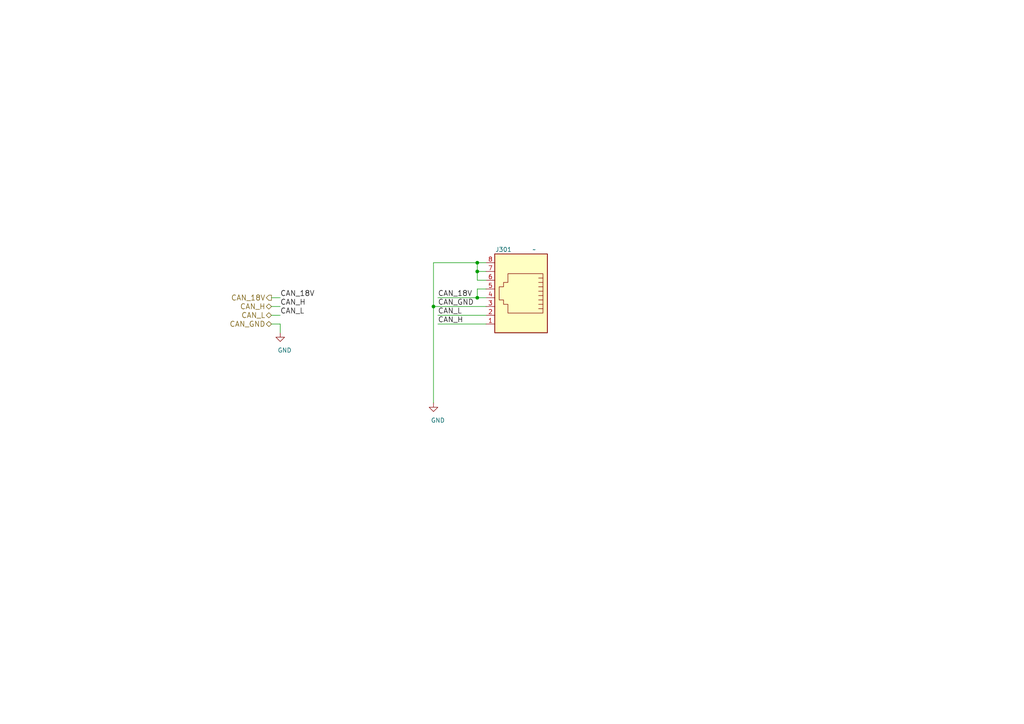
<source format=kicad_sch>
(kicad_sch (version 20211123) (generator eeschema)
  (paper "A4")
  (lib_symbols
    (symbol "Connector:RJ45" (pin_names (offset 1.016))
      (property "Reference" "J" (at -5.08 13.97 0))
      (property "Value" "RJ45" (at 2.54 13.97 0))
      (symbol "RJ45_0_1"
        (polyline (pts (xy -5.08 4.445) (xy -6.35 4.445)))
        (polyline (pts (xy -5.08 5.715) (xy -6.35 5.715)))
        (polyline (pts (xy -6.35 -3.175) (xy -5.08 -3.175) (xy -5.08 -3.175)))
        (polyline (pts (xy -6.35 -1.905) (xy -5.08 -1.905) (xy -5.08 -1.905)))
        (polyline (pts (xy -6.35 -0.635) (xy -5.08 -0.635) (xy -5.08 -0.635)))
        (polyline (pts (xy -6.35 0.635) (xy -5.08 0.635) (xy -5.08 0.635)))
        (polyline (pts (xy -6.35 1.905) (xy -5.08 1.905) (xy -5.08 1.905)))
        (polyline (pts (xy -5.08 3.175) (xy -6.35 3.175) (xy -6.35 3.175)))
        (polyline (pts (xy -6.35 -4.445) (xy -6.35 6.985) (xy 3.81 6.985) (xy 3.81 4.445) (xy 5.08 4.445) (xy 5.08 3.175) (xy 6.35 3.175) (xy 6.35 -0.635) (xy 5.08 -0.635) (xy 5.08 -1.905) (xy 3.81 -1.905) (xy 3.81 -4.445) (xy -6.35 -4.445) (xy -6.35 -4.445)))
        (rectangle (start 7.62 12.7) (end -7.62 -10.16) (stroke (width 0.254)) (fill (type background)))
      )
      (symbol "RJ45_1_1"
        (pin passive line (at 10.16 -7.62 180) (length 2.54) (name "~") (number "1"))
        (pin passive line (at 10.16 -5.08 180) (length 2.54) (name "~") (number "2"))
        (pin passive line (at 10.16 -2.54 180) (length 2.54) (name "~") (number "3"))
        (pin passive line (at 10.16 0 180) (length 2.54) (name "~") (number "4"))
        (pin passive line (at 10.16 2.54 180) (length 2.54) (name "~") (number "5"))
        (pin passive line (at 10.16 5.08 180) (length 2.54) (name "~") (number "6"))
        (pin passive line (at 10.16 7.62 180) (length 2.54) (name "~") (number "7"))
        (pin passive line (at 10.16 10.16 180) (length 2.54) (name "~") (number "8"))
      )
    )
    (symbol "power:GND" (power) (pin_names (offset 0))
      (property "Value" "GND" (at 0 -3.81 0))
      (symbol "GND_0_1"
        (polyline (pts (xy 0 0) (xy 0 -1.27) (xy 1.27 -1.27) (xy 0 -2.54) (xy -1.27 -1.27) (xy 0 -1.27)))
      )
      (symbol "GND_1_1"
        (pin power_in line (at 0 0 270) (length 0) hide (name "GND") (number "1"))
      )
    )
  )
  (junction (at 138.43 86.36))
  (junction (at 138.43 78.74))
  (junction (at 138.43 76.2))
  (junction (at 125.73 88.9))
  (wire (pts (xy 81.28 91.44) (xy 78.74 91.44)))
  (wire (pts (xy 138.43 81.28) (xy 138.43 78.74)))
  (wire (pts (xy 138.43 83.82) (xy 138.43 86.36)))
  (wire (pts (xy 138.43 86.36) (xy 140.97 86.36)))
  (wire (pts (xy 81.28 93.98) (xy 81.28 96.52)))
  (wire (pts (xy 125.73 88.9) (xy 125.73 116.84)))
  (wire (pts (xy 127 86.36) (xy 138.43 86.36)))
  (wire (pts (xy 140.97 93.98) (xy 127 93.98)))
  (wire (pts (xy 127 91.44) (xy 140.97 91.44)))
  (wire (pts (xy 125.73 76.2) (xy 125.73 88.9)))
  (wire (pts (xy 140.97 81.28) (xy 138.43 81.28)))
  (wire (pts (xy 78.74 88.9) (xy 81.28 88.9)))
  (wire (pts (xy 140.97 78.74) (xy 138.43 78.74)))
  (wire (pts (xy 78.74 86.36) (xy 81.28 86.36)))
  (wire (pts (xy 140.97 76.2) (xy 138.43 76.2)))
  (wire (pts (xy 125.73 88.9) (xy 140.97 88.9)))
  (wire (pts (xy 138.43 76.2) (xy 125.73 76.2)))
  (wire (pts (xy 78.74 93.98) (xy 81.28 93.98)))
  (wire (pts (xy 138.43 78.74) (xy 138.43 76.2)))
  (wire (pts (xy 140.97 83.82) (xy 138.43 83.82)))
  (label "CAN_18V" (at 127 86.36 0) (effects (font (size 1.524 1.524))))
  (label "CAN_H" (at 127 93.98 0) (effects (font (size 1.524 1.524))))
  (label "CAN_L" (at 127 91.44 0) (effects (font (size 1.524 1.524))))
  (label "CAN_GND" (at 127 88.9 0) (effects (font (size 1.524 1.524))))
  (label "CAN_H" (at 81.28 88.9 0) (effects (font (size 1.524 1.524))))
  (label "CAN_18V" (at 81.28 86.36 0) (effects (font (size 1.524 1.524))))
  (label "CAN_L" (at 81.28 91.44 0) (effects (font (size 1.524 1.524))))
  (hierarchical_label "CAN_GND" (shape bidirectional) (at 78.74 93.98 180) (effects (font (size 1.524 1.524))))
  (hierarchical_label "CAN_H" (shape bidirectional) (at 78.74 88.9 180) (effects (font (size 1.524 1.524))))
  (hierarchical_label "CAN_L" (shape bidirectional) (at 78.74 91.44 180) (effects (font (size 1.524 1.524))))
  (hierarchical_label "CAN_18V" (shape output) (at 78.74 86.36 180) (effects (font (size 1.524 1.524))))
  (symbol (lib_id "Connector:RJ45") (at 151.13 86.36 0) (mirror y) (unit 1)
    (property "Reference" "J301" (at 146.05 72.39 0))
    (property "Value" "~" (at 154.94 72.39 0))
  )
  (symbol (lib_id "power:GND") (at 125.73 116.84 0) (unit 1)
    (property "Reference" "#PWR0302" (effects hide))
    (property "Value" "~" (at 127 121.92 0))
  )
  (symbol (lib_id "power:GND") (at 81.28 96.52 0) (unit 1)
    (property "Reference" "#PWR0301" (effects hide))
    (property "Value" "~" (at 82.55 101.6 0))
  )
)
</source>
